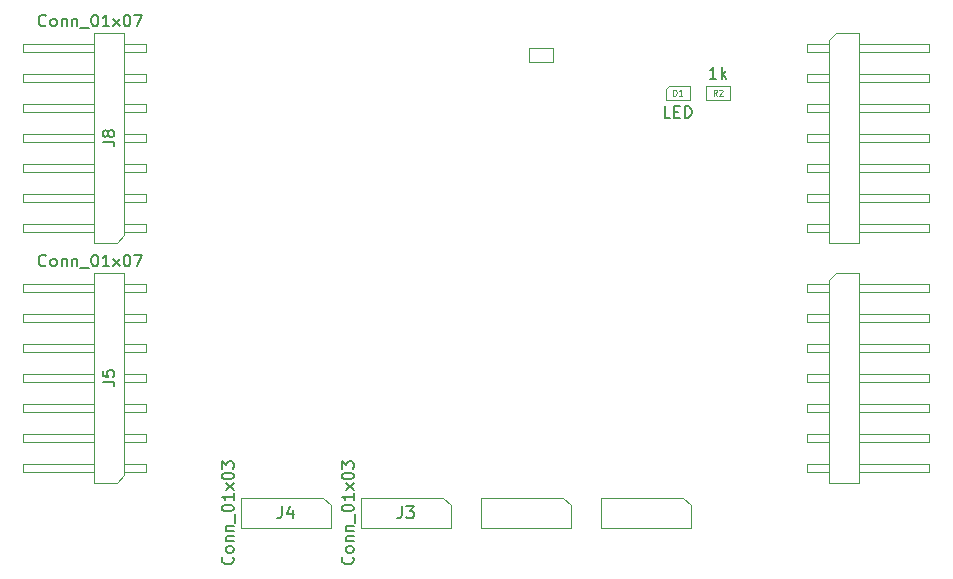
<source format=gbr>
G04 #@! TF.GenerationSoftware,KiCad,Pcbnew,5.1.12-84ad8e8a86~92~ubuntu20.04.1*
G04 #@! TF.CreationDate,2021-12-19T18:17:29-08:00*
G04 #@! TF.ProjectId,ft4232h-breakout,66743432-3332-4682-9d62-7265616b6f75,Jun2021b*
G04 #@! TF.SameCoordinates,Original*
G04 #@! TF.FileFunction,AssemblyDrawing,Top*
%FSLAX46Y46*%
G04 Gerber Fmt 4.6, Leading zero omitted, Abs format (unit mm)*
G04 Created by KiCad (PCBNEW 5.1.12-84ad8e8a86~92~ubuntu20.04.1) date 2021-12-19 18:17:29*
%MOMM*%
%LPD*%
G01*
G04 APERTURE LIST*
%ADD10C,0.100000*%
%ADD11C,0.150000*%
%ADD12C,0.080000*%
G04 APERTURE END LIST*
D10*
G04 #@! TO.C,J8*
X69493000Y-101600000D02*
X67588000Y-101600000D01*
X67588000Y-101600000D02*
X67588000Y-83820000D01*
X67588000Y-83820000D02*
X70128000Y-83820000D01*
X70128000Y-83820000D02*
X70128000Y-100965000D01*
X70128000Y-100965000D02*
X69493000Y-101600000D01*
X71948000Y-100650000D02*
X70128000Y-100650000D01*
X71948000Y-100650000D02*
X71948000Y-100010000D01*
X71948000Y-100010000D02*
X70128000Y-100010000D01*
X67588000Y-100650000D02*
X61588000Y-100650000D01*
X61588000Y-100650000D02*
X61588000Y-100010000D01*
X67588000Y-100010000D02*
X61588000Y-100010000D01*
X71948000Y-98110000D02*
X70128000Y-98110000D01*
X71948000Y-98110000D02*
X71948000Y-97470000D01*
X71948000Y-97470000D02*
X70128000Y-97470000D01*
X67588000Y-98110000D02*
X61588000Y-98110000D01*
X61588000Y-98110000D02*
X61588000Y-97470000D01*
X67588000Y-97470000D02*
X61588000Y-97470000D01*
X71948000Y-95570000D02*
X70128000Y-95570000D01*
X71948000Y-95570000D02*
X71948000Y-94930000D01*
X71948000Y-94930000D02*
X70128000Y-94930000D01*
X67588000Y-95570000D02*
X61588000Y-95570000D01*
X61588000Y-95570000D02*
X61588000Y-94930000D01*
X67588000Y-94930000D02*
X61588000Y-94930000D01*
X71948000Y-93030000D02*
X70128000Y-93030000D01*
X71948000Y-93030000D02*
X71948000Y-92390000D01*
X71948000Y-92390000D02*
X70128000Y-92390000D01*
X67588000Y-93030000D02*
X61588000Y-93030000D01*
X61588000Y-93030000D02*
X61588000Y-92390000D01*
X67588000Y-92390000D02*
X61588000Y-92390000D01*
X71948000Y-90490000D02*
X70128000Y-90490000D01*
X71948000Y-90490000D02*
X71948000Y-89850000D01*
X71948000Y-89850000D02*
X70128000Y-89850000D01*
X67588000Y-90490000D02*
X61588000Y-90490000D01*
X61588000Y-90490000D02*
X61588000Y-89850000D01*
X67588000Y-89850000D02*
X61588000Y-89850000D01*
X71948000Y-87950000D02*
X70128000Y-87950000D01*
X71948000Y-87950000D02*
X71948000Y-87310000D01*
X71948000Y-87310000D02*
X70128000Y-87310000D01*
X67588000Y-87950000D02*
X61588000Y-87950000D01*
X61588000Y-87950000D02*
X61588000Y-87310000D01*
X67588000Y-87310000D02*
X61588000Y-87310000D01*
X71948000Y-85410000D02*
X70128000Y-85410000D01*
X71948000Y-85410000D02*
X71948000Y-84770000D01*
X71948000Y-84770000D02*
X70128000Y-84770000D01*
X67588000Y-85410000D02*
X61588000Y-85410000D01*
X61588000Y-85410000D02*
X61588000Y-84770000D01*
X67588000Y-84770000D02*
X61588000Y-84770000D01*
G04 #@! TO.C,J5*
X69493000Y-121920000D02*
X67588000Y-121920000D01*
X67588000Y-121920000D02*
X67588000Y-104140000D01*
X67588000Y-104140000D02*
X70128000Y-104140000D01*
X70128000Y-104140000D02*
X70128000Y-121285000D01*
X70128000Y-121285000D02*
X69493000Y-121920000D01*
X71948000Y-120970000D02*
X70128000Y-120970000D01*
X71948000Y-120970000D02*
X71948000Y-120330000D01*
X71948000Y-120330000D02*
X70128000Y-120330000D01*
X67588000Y-120970000D02*
X61588000Y-120970000D01*
X61588000Y-120970000D02*
X61588000Y-120330000D01*
X67588000Y-120330000D02*
X61588000Y-120330000D01*
X71948000Y-118430000D02*
X70128000Y-118430000D01*
X71948000Y-118430000D02*
X71948000Y-117790000D01*
X71948000Y-117790000D02*
X70128000Y-117790000D01*
X67588000Y-118430000D02*
X61588000Y-118430000D01*
X61588000Y-118430000D02*
X61588000Y-117790000D01*
X67588000Y-117790000D02*
X61588000Y-117790000D01*
X71948000Y-115890000D02*
X70128000Y-115890000D01*
X71948000Y-115890000D02*
X71948000Y-115250000D01*
X71948000Y-115250000D02*
X70128000Y-115250000D01*
X67588000Y-115890000D02*
X61588000Y-115890000D01*
X61588000Y-115890000D02*
X61588000Y-115250000D01*
X67588000Y-115250000D02*
X61588000Y-115250000D01*
X71948000Y-113350000D02*
X70128000Y-113350000D01*
X71948000Y-113350000D02*
X71948000Y-112710000D01*
X71948000Y-112710000D02*
X70128000Y-112710000D01*
X67588000Y-113350000D02*
X61588000Y-113350000D01*
X61588000Y-113350000D02*
X61588000Y-112710000D01*
X67588000Y-112710000D02*
X61588000Y-112710000D01*
X71948000Y-110810000D02*
X70128000Y-110810000D01*
X71948000Y-110810000D02*
X71948000Y-110170000D01*
X71948000Y-110170000D02*
X70128000Y-110170000D01*
X67588000Y-110810000D02*
X61588000Y-110810000D01*
X61588000Y-110810000D02*
X61588000Y-110170000D01*
X67588000Y-110170000D02*
X61588000Y-110170000D01*
X71948000Y-108270000D02*
X70128000Y-108270000D01*
X71948000Y-108270000D02*
X71948000Y-107630000D01*
X71948000Y-107630000D02*
X70128000Y-107630000D01*
X67588000Y-108270000D02*
X61588000Y-108270000D01*
X61588000Y-108270000D02*
X61588000Y-107630000D01*
X67588000Y-107630000D02*
X61588000Y-107630000D01*
X71948000Y-105730000D02*
X70128000Y-105730000D01*
X71948000Y-105730000D02*
X71948000Y-105090000D01*
X71948000Y-105090000D02*
X70128000Y-105090000D01*
X67588000Y-105730000D02*
X61588000Y-105730000D01*
X61588000Y-105730000D02*
X61588000Y-105090000D01*
X67588000Y-105090000D02*
X61588000Y-105090000D01*
G04 #@! TO.C,J4*
X86995000Y-123190000D02*
X87630000Y-123825000D01*
X80010000Y-123190000D02*
X86995000Y-123190000D01*
X80010000Y-125730000D02*
X80010000Y-123190000D01*
X87630000Y-125730000D02*
X80010000Y-125730000D01*
X87630000Y-123825000D02*
X87630000Y-125730000D01*
G04 #@! TO.C,J3*
X97155000Y-123190000D02*
X97790000Y-123825000D01*
X90170000Y-123190000D02*
X97155000Y-123190000D01*
X90170000Y-125730000D02*
X90170000Y-123190000D01*
X97790000Y-125730000D02*
X90170000Y-125730000D01*
X97790000Y-123825000D02*
X97790000Y-125730000D01*
G04 #@! TO.C,R2*
X119396000Y-88300000D02*
X121396000Y-88300000D01*
X119396000Y-89500000D02*
X119396000Y-88300000D01*
X121396000Y-89500000D02*
X119396000Y-89500000D01*
X121396000Y-88300000D02*
X121396000Y-89500000D01*
G04 #@! TO.C,D1*
X118000000Y-89500000D02*
X118000000Y-88300000D01*
X116000000Y-89500000D02*
X118000000Y-89500000D01*
X116000000Y-88600000D02*
X116000000Y-89500000D01*
X116300000Y-88300000D02*
X116000000Y-88600000D01*
X118000000Y-88300000D02*
X116300000Y-88300000D01*
G04 #@! TO.C,J7*
X130405000Y-104140000D02*
X132310000Y-104140000D01*
X132310000Y-104140000D02*
X132310000Y-121920000D01*
X132310000Y-121920000D02*
X129770000Y-121920000D01*
X129770000Y-121920000D02*
X129770000Y-104775000D01*
X129770000Y-104775000D02*
X130405000Y-104140000D01*
X127950000Y-105090000D02*
X129770000Y-105090000D01*
X127950000Y-105090000D02*
X127950000Y-105730000D01*
X127950000Y-105730000D02*
X129770000Y-105730000D01*
X132310000Y-105090000D02*
X138310000Y-105090000D01*
X138310000Y-105090000D02*
X138310000Y-105730000D01*
X132310000Y-105730000D02*
X138310000Y-105730000D01*
X127950000Y-107630000D02*
X129770000Y-107630000D01*
X127950000Y-107630000D02*
X127950000Y-108270000D01*
X127950000Y-108270000D02*
X129770000Y-108270000D01*
X132310000Y-107630000D02*
X138310000Y-107630000D01*
X138310000Y-107630000D02*
X138310000Y-108270000D01*
X132310000Y-108270000D02*
X138310000Y-108270000D01*
X127950000Y-110170000D02*
X129770000Y-110170000D01*
X127950000Y-110170000D02*
X127950000Y-110810000D01*
X127950000Y-110810000D02*
X129770000Y-110810000D01*
X132310000Y-110170000D02*
X138310000Y-110170000D01*
X138310000Y-110170000D02*
X138310000Y-110810000D01*
X132310000Y-110810000D02*
X138310000Y-110810000D01*
X127950000Y-112710000D02*
X129770000Y-112710000D01*
X127950000Y-112710000D02*
X127950000Y-113350000D01*
X127950000Y-113350000D02*
X129770000Y-113350000D01*
X132310000Y-112710000D02*
X138310000Y-112710000D01*
X138310000Y-112710000D02*
X138310000Y-113350000D01*
X132310000Y-113350000D02*
X138310000Y-113350000D01*
X127950000Y-115250000D02*
X129770000Y-115250000D01*
X127950000Y-115250000D02*
X127950000Y-115890000D01*
X127950000Y-115890000D02*
X129770000Y-115890000D01*
X132310000Y-115250000D02*
X138310000Y-115250000D01*
X138310000Y-115250000D02*
X138310000Y-115890000D01*
X132310000Y-115890000D02*
X138310000Y-115890000D01*
X127950000Y-117790000D02*
X129770000Y-117790000D01*
X127950000Y-117790000D02*
X127950000Y-118430000D01*
X127950000Y-118430000D02*
X129770000Y-118430000D01*
X132310000Y-117790000D02*
X138310000Y-117790000D01*
X138310000Y-117790000D02*
X138310000Y-118430000D01*
X132310000Y-118430000D02*
X138310000Y-118430000D01*
X127950000Y-120330000D02*
X129770000Y-120330000D01*
X127950000Y-120330000D02*
X127950000Y-120970000D01*
X127950000Y-120970000D02*
X129770000Y-120970000D01*
X132310000Y-120330000D02*
X138310000Y-120330000D01*
X138310000Y-120330000D02*
X138310000Y-120970000D01*
X132310000Y-120970000D02*
X138310000Y-120970000D01*
G04 #@! TO.C,J6*
X130405000Y-83820000D02*
X132310000Y-83820000D01*
X132310000Y-83820000D02*
X132310000Y-101600000D01*
X132310000Y-101600000D02*
X129770000Y-101600000D01*
X129770000Y-101600000D02*
X129770000Y-84455000D01*
X129770000Y-84455000D02*
X130405000Y-83820000D01*
X127950000Y-84770000D02*
X129770000Y-84770000D01*
X127950000Y-84770000D02*
X127950000Y-85410000D01*
X127950000Y-85410000D02*
X129770000Y-85410000D01*
X132310000Y-84770000D02*
X138310000Y-84770000D01*
X138310000Y-84770000D02*
X138310000Y-85410000D01*
X132310000Y-85410000D02*
X138310000Y-85410000D01*
X127950000Y-87310000D02*
X129770000Y-87310000D01*
X127950000Y-87310000D02*
X127950000Y-87950000D01*
X127950000Y-87950000D02*
X129770000Y-87950000D01*
X132310000Y-87310000D02*
X138310000Y-87310000D01*
X138310000Y-87310000D02*
X138310000Y-87950000D01*
X132310000Y-87950000D02*
X138310000Y-87950000D01*
X127950000Y-89850000D02*
X129770000Y-89850000D01*
X127950000Y-89850000D02*
X127950000Y-90490000D01*
X127950000Y-90490000D02*
X129770000Y-90490000D01*
X132310000Y-89850000D02*
X138310000Y-89850000D01*
X138310000Y-89850000D02*
X138310000Y-90490000D01*
X132310000Y-90490000D02*
X138310000Y-90490000D01*
X127950000Y-92390000D02*
X129770000Y-92390000D01*
X127950000Y-92390000D02*
X127950000Y-93030000D01*
X127950000Y-93030000D02*
X129770000Y-93030000D01*
X132310000Y-92390000D02*
X138310000Y-92390000D01*
X138310000Y-92390000D02*
X138310000Y-93030000D01*
X132310000Y-93030000D02*
X138310000Y-93030000D01*
X127950000Y-94930000D02*
X129770000Y-94930000D01*
X127950000Y-94930000D02*
X127950000Y-95570000D01*
X127950000Y-95570000D02*
X129770000Y-95570000D01*
X132310000Y-94930000D02*
X138310000Y-94930000D01*
X138310000Y-94930000D02*
X138310000Y-95570000D01*
X132310000Y-95570000D02*
X138310000Y-95570000D01*
X127950000Y-97470000D02*
X129770000Y-97470000D01*
X127950000Y-97470000D02*
X127950000Y-98110000D01*
X127950000Y-98110000D02*
X129770000Y-98110000D01*
X132310000Y-97470000D02*
X138310000Y-97470000D01*
X138310000Y-97470000D02*
X138310000Y-98110000D01*
X132310000Y-98110000D02*
X138310000Y-98110000D01*
X127950000Y-100010000D02*
X129770000Y-100010000D01*
X127950000Y-100010000D02*
X127950000Y-100650000D01*
X127950000Y-100650000D02*
X129770000Y-100650000D01*
X132310000Y-100010000D02*
X138310000Y-100010000D01*
X138310000Y-100010000D02*
X138310000Y-100650000D01*
X132310000Y-100650000D02*
X138310000Y-100650000D01*
G04 #@! TO.C,J2*
X107315000Y-123190000D02*
X107950000Y-123825000D01*
X100330000Y-123190000D02*
X107315000Y-123190000D01*
X100330000Y-125730000D02*
X100330000Y-123190000D01*
X107950000Y-125730000D02*
X100330000Y-125730000D01*
X107950000Y-123825000D02*
X107950000Y-125730000D01*
G04 #@! TO.C,J1*
X117475000Y-123190000D02*
X118110000Y-123825000D01*
X110490000Y-123190000D02*
X117475000Y-123190000D01*
X110490000Y-125730000D02*
X110490000Y-123190000D01*
X118110000Y-125730000D02*
X110490000Y-125730000D01*
X118110000Y-123825000D02*
X118110000Y-125730000D01*
G04 #@! TO.C,C1*
X106410000Y-86325000D02*
X104410000Y-86325000D01*
X106410000Y-85125000D02*
X106410000Y-86325000D01*
X104410000Y-85125000D02*
X106410000Y-85125000D01*
X104410000Y-86325000D02*
X104410000Y-85125000D01*
G04 #@! TD*
G04 #@! TO.C,J8*
D11*
X63504904Y-83177142D02*
X63457285Y-83224761D01*
X63314428Y-83272380D01*
X63219190Y-83272380D01*
X63076333Y-83224761D01*
X62981095Y-83129523D01*
X62933476Y-83034285D01*
X62885857Y-82843809D01*
X62885857Y-82700952D01*
X62933476Y-82510476D01*
X62981095Y-82415238D01*
X63076333Y-82320000D01*
X63219190Y-82272380D01*
X63314428Y-82272380D01*
X63457285Y-82320000D01*
X63504904Y-82367619D01*
X64076333Y-83272380D02*
X63981095Y-83224761D01*
X63933476Y-83177142D01*
X63885857Y-83081904D01*
X63885857Y-82796190D01*
X63933476Y-82700952D01*
X63981095Y-82653333D01*
X64076333Y-82605714D01*
X64219190Y-82605714D01*
X64314428Y-82653333D01*
X64362047Y-82700952D01*
X64409666Y-82796190D01*
X64409666Y-83081904D01*
X64362047Y-83177142D01*
X64314428Y-83224761D01*
X64219190Y-83272380D01*
X64076333Y-83272380D01*
X64838238Y-82605714D02*
X64838238Y-83272380D01*
X64838238Y-82700952D02*
X64885857Y-82653333D01*
X64981095Y-82605714D01*
X65123952Y-82605714D01*
X65219190Y-82653333D01*
X65266809Y-82748571D01*
X65266809Y-83272380D01*
X65743000Y-82605714D02*
X65743000Y-83272380D01*
X65743000Y-82700952D02*
X65790619Y-82653333D01*
X65885857Y-82605714D01*
X66028714Y-82605714D01*
X66123952Y-82653333D01*
X66171571Y-82748571D01*
X66171571Y-83272380D01*
X66409666Y-83367619D02*
X67171571Y-83367619D01*
X67600142Y-82272380D02*
X67695380Y-82272380D01*
X67790619Y-82320000D01*
X67838238Y-82367619D01*
X67885857Y-82462857D01*
X67933476Y-82653333D01*
X67933476Y-82891428D01*
X67885857Y-83081904D01*
X67838238Y-83177142D01*
X67790619Y-83224761D01*
X67695380Y-83272380D01*
X67600142Y-83272380D01*
X67504904Y-83224761D01*
X67457285Y-83177142D01*
X67409666Y-83081904D01*
X67362047Y-82891428D01*
X67362047Y-82653333D01*
X67409666Y-82462857D01*
X67457285Y-82367619D01*
X67504904Y-82320000D01*
X67600142Y-82272380D01*
X68885857Y-83272380D02*
X68314428Y-83272380D01*
X68600142Y-83272380D02*
X68600142Y-82272380D01*
X68504904Y-82415238D01*
X68409666Y-82510476D01*
X68314428Y-82558095D01*
X69219190Y-83272380D02*
X69743000Y-82605714D01*
X69219190Y-82605714D02*
X69743000Y-83272380D01*
X70314428Y-82272380D02*
X70409666Y-82272380D01*
X70504904Y-82320000D01*
X70552523Y-82367619D01*
X70600142Y-82462857D01*
X70647761Y-82653333D01*
X70647761Y-82891428D01*
X70600142Y-83081904D01*
X70552523Y-83177142D01*
X70504904Y-83224761D01*
X70409666Y-83272380D01*
X70314428Y-83272380D01*
X70219190Y-83224761D01*
X70171571Y-83177142D01*
X70123952Y-83081904D01*
X70076333Y-82891428D01*
X70076333Y-82653333D01*
X70123952Y-82462857D01*
X70171571Y-82367619D01*
X70219190Y-82320000D01*
X70314428Y-82272380D01*
X70981095Y-82272380D02*
X71647761Y-82272380D01*
X71219190Y-83272380D01*
X68310380Y-93043333D02*
X69024666Y-93043333D01*
X69167523Y-93090952D01*
X69262761Y-93186190D01*
X69310380Y-93329047D01*
X69310380Y-93424285D01*
X68738952Y-92424285D02*
X68691333Y-92519523D01*
X68643714Y-92567142D01*
X68548476Y-92614761D01*
X68500857Y-92614761D01*
X68405619Y-92567142D01*
X68358000Y-92519523D01*
X68310380Y-92424285D01*
X68310380Y-92233809D01*
X68358000Y-92138571D01*
X68405619Y-92090952D01*
X68500857Y-92043333D01*
X68548476Y-92043333D01*
X68643714Y-92090952D01*
X68691333Y-92138571D01*
X68738952Y-92233809D01*
X68738952Y-92424285D01*
X68786571Y-92519523D01*
X68834190Y-92567142D01*
X68929428Y-92614761D01*
X69119904Y-92614761D01*
X69215142Y-92567142D01*
X69262761Y-92519523D01*
X69310380Y-92424285D01*
X69310380Y-92233809D01*
X69262761Y-92138571D01*
X69215142Y-92090952D01*
X69119904Y-92043333D01*
X68929428Y-92043333D01*
X68834190Y-92090952D01*
X68786571Y-92138571D01*
X68738952Y-92233809D01*
G04 #@! TO.C,J5*
X63504904Y-103497142D02*
X63457285Y-103544761D01*
X63314428Y-103592380D01*
X63219190Y-103592380D01*
X63076333Y-103544761D01*
X62981095Y-103449523D01*
X62933476Y-103354285D01*
X62885857Y-103163809D01*
X62885857Y-103020952D01*
X62933476Y-102830476D01*
X62981095Y-102735238D01*
X63076333Y-102640000D01*
X63219190Y-102592380D01*
X63314428Y-102592380D01*
X63457285Y-102640000D01*
X63504904Y-102687619D01*
X64076333Y-103592380D02*
X63981095Y-103544761D01*
X63933476Y-103497142D01*
X63885857Y-103401904D01*
X63885857Y-103116190D01*
X63933476Y-103020952D01*
X63981095Y-102973333D01*
X64076333Y-102925714D01*
X64219190Y-102925714D01*
X64314428Y-102973333D01*
X64362047Y-103020952D01*
X64409666Y-103116190D01*
X64409666Y-103401904D01*
X64362047Y-103497142D01*
X64314428Y-103544761D01*
X64219190Y-103592380D01*
X64076333Y-103592380D01*
X64838238Y-102925714D02*
X64838238Y-103592380D01*
X64838238Y-103020952D02*
X64885857Y-102973333D01*
X64981095Y-102925714D01*
X65123952Y-102925714D01*
X65219190Y-102973333D01*
X65266809Y-103068571D01*
X65266809Y-103592380D01*
X65743000Y-102925714D02*
X65743000Y-103592380D01*
X65743000Y-103020952D02*
X65790619Y-102973333D01*
X65885857Y-102925714D01*
X66028714Y-102925714D01*
X66123952Y-102973333D01*
X66171571Y-103068571D01*
X66171571Y-103592380D01*
X66409666Y-103687619D02*
X67171571Y-103687619D01*
X67600142Y-102592380D02*
X67695380Y-102592380D01*
X67790619Y-102640000D01*
X67838238Y-102687619D01*
X67885857Y-102782857D01*
X67933476Y-102973333D01*
X67933476Y-103211428D01*
X67885857Y-103401904D01*
X67838238Y-103497142D01*
X67790619Y-103544761D01*
X67695380Y-103592380D01*
X67600142Y-103592380D01*
X67504904Y-103544761D01*
X67457285Y-103497142D01*
X67409666Y-103401904D01*
X67362047Y-103211428D01*
X67362047Y-102973333D01*
X67409666Y-102782857D01*
X67457285Y-102687619D01*
X67504904Y-102640000D01*
X67600142Y-102592380D01*
X68885857Y-103592380D02*
X68314428Y-103592380D01*
X68600142Y-103592380D02*
X68600142Y-102592380D01*
X68504904Y-102735238D01*
X68409666Y-102830476D01*
X68314428Y-102878095D01*
X69219190Y-103592380D02*
X69743000Y-102925714D01*
X69219190Y-102925714D02*
X69743000Y-103592380D01*
X70314428Y-102592380D02*
X70409666Y-102592380D01*
X70504904Y-102640000D01*
X70552523Y-102687619D01*
X70600142Y-102782857D01*
X70647761Y-102973333D01*
X70647761Y-103211428D01*
X70600142Y-103401904D01*
X70552523Y-103497142D01*
X70504904Y-103544761D01*
X70409666Y-103592380D01*
X70314428Y-103592380D01*
X70219190Y-103544761D01*
X70171571Y-103497142D01*
X70123952Y-103401904D01*
X70076333Y-103211428D01*
X70076333Y-102973333D01*
X70123952Y-102782857D01*
X70171571Y-102687619D01*
X70219190Y-102640000D01*
X70314428Y-102592380D01*
X70981095Y-102592380D02*
X71647761Y-102592380D01*
X71219190Y-103592380D01*
X68310380Y-113363333D02*
X69024666Y-113363333D01*
X69167523Y-113410952D01*
X69262761Y-113506190D01*
X69310380Y-113649047D01*
X69310380Y-113744285D01*
X68310380Y-112410952D02*
X68310380Y-112887142D01*
X68786571Y-112934761D01*
X68738952Y-112887142D01*
X68691333Y-112791904D01*
X68691333Y-112553809D01*
X68738952Y-112458571D01*
X68786571Y-112410952D01*
X68881809Y-112363333D01*
X69119904Y-112363333D01*
X69215142Y-112410952D01*
X69262761Y-112458571D01*
X69310380Y-112553809D01*
X69310380Y-112791904D01*
X69262761Y-112887142D01*
X69215142Y-112934761D01*
G04 #@! TO.C,J4*
X79307142Y-128198095D02*
X79354761Y-128245714D01*
X79402380Y-128388571D01*
X79402380Y-128483809D01*
X79354761Y-128626666D01*
X79259523Y-128721904D01*
X79164285Y-128769523D01*
X78973809Y-128817142D01*
X78830952Y-128817142D01*
X78640476Y-128769523D01*
X78545238Y-128721904D01*
X78450000Y-128626666D01*
X78402380Y-128483809D01*
X78402380Y-128388571D01*
X78450000Y-128245714D01*
X78497619Y-128198095D01*
X79402380Y-127626666D02*
X79354761Y-127721904D01*
X79307142Y-127769523D01*
X79211904Y-127817142D01*
X78926190Y-127817142D01*
X78830952Y-127769523D01*
X78783333Y-127721904D01*
X78735714Y-127626666D01*
X78735714Y-127483809D01*
X78783333Y-127388571D01*
X78830952Y-127340952D01*
X78926190Y-127293333D01*
X79211904Y-127293333D01*
X79307142Y-127340952D01*
X79354761Y-127388571D01*
X79402380Y-127483809D01*
X79402380Y-127626666D01*
X78735714Y-126864761D02*
X79402380Y-126864761D01*
X78830952Y-126864761D02*
X78783333Y-126817142D01*
X78735714Y-126721904D01*
X78735714Y-126579047D01*
X78783333Y-126483809D01*
X78878571Y-126436190D01*
X79402380Y-126436190D01*
X78735714Y-125960000D02*
X79402380Y-125960000D01*
X78830952Y-125960000D02*
X78783333Y-125912380D01*
X78735714Y-125817142D01*
X78735714Y-125674285D01*
X78783333Y-125579047D01*
X78878571Y-125531428D01*
X79402380Y-125531428D01*
X79497619Y-125293333D02*
X79497619Y-124531428D01*
X78402380Y-124102857D02*
X78402380Y-124007619D01*
X78450000Y-123912380D01*
X78497619Y-123864761D01*
X78592857Y-123817142D01*
X78783333Y-123769523D01*
X79021428Y-123769523D01*
X79211904Y-123817142D01*
X79307142Y-123864761D01*
X79354761Y-123912380D01*
X79402380Y-124007619D01*
X79402380Y-124102857D01*
X79354761Y-124198095D01*
X79307142Y-124245714D01*
X79211904Y-124293333D01*
X79021428Y-124340952D01*
X78783333Y-124340952D01*
X78592857Y-124293333D01*
X78497619Y-124245714D01*
X78450000Y-124198095D01*
X78402380Y-124102857D01*
X79402380Y-122817142D02*
X79402380Y-123388571D01*
X79402380Y-123102857D02*
X78402380Y-123102857D01*
X78545238Y-123198095D01*
X78640476Y-123293333D01*
X78688095Y-123388571D01*
X79402380Y-122483809D02*
X78735714Y-121960000D01*
X78735714Y-122483809D02*
X79402380Y-121960000D01*
X78402380Y-121388571D02*
X78402380Y-121293333D01*
X78450000Y-121198095D01*
X78497619Y-121150476D01*
X78592857Y-121102857D01*
X78783333Y-121055238D01*
X79021428Y-121055238D01*
X79211904Y-121102857D01*
X79307142Y-121150476D01*
X79354761Y-121198095D01*
X79402380Y-121293333D01*
X79402380Y-121388571D01*
X79354761Y-121483809D01*
X79307142Y-121531428D01*
X79211904Y-121579047D01*
X79021428Y-121626666D01*
X78783333Y-121626666D01*
X78592857Y-121579047D01*
X78497619Y-121531428D01*
X78450000Y-121483809D01*
X78402380Y-121388571D01*
X78402380Y-120721904D02*
X78402380Y-120102857D01*
X78783333Y-120436190D01*
X78783333Y-120293333D01*
X78830952Y-120198095D01*
X78878571Y-120150476D01*
X78973809Y-120102857D01*
X79211904Y-120102857D01*
X79307142Y-120150476D01*
X79354761Y-120198095D01*
X79402380Y-120293333D01*
X79402380Y-120579047D01*
X79354761Y-120674285D01*
X79307142Y-120721904D01*
X83486666Y-123912380D02*
X83486666Y-124626666D01*
X83439047Y-124769523D01*
X83343809Y-124864761D01*
X83200952Y-124912380D01*
X83105714Y-124912380D01*
X84391428Y-124245714D02*
X84391428Y-124912380D01*
X84153333Y-123864761D02*
X83915238Y-124579047D01*
X84534285Y-124579047D01*
G04 #@! TO.C,J3*
X89467142Y-128198095D02*
X89514761Y-128245714D01*
X89562380Y-128388571D01*
X89562380Y-128483809D01*
X89514761Y-128626666D01*
X89419523Y-128721904D01*
X89324285Y-128769523D01*
X89133809Y-128817142D01*
X88990952Y-128817142D01*
X88800476Y-128769523D01*
X88705238Y-128721904D01*
X88610000Y-128626666D01*
X88562380Y-128483809D01*
X88562380Y-128388571D01*
X88610000Y-128245714D01*
X88657619Y-128198095D01*
X89562380Y-127626666D02*
X89514761Y-127721904D01*
X89467142Y-127769523D01*
X89371904Y-127817142D01*
X89086190Y-127817142D01*
X88990952Y-127769523D01*
X88943333Y-127721904D01*
X88895714Y-127626666D01*
X88895714Y-127483809D01*
X88943333Y-127388571D01*
X88990952Y-127340952D01*
X89086190Y-127293333D01*
X89371904Y-127293333D01*
X89467142Y-127340952D01*
X89514761Y-127388571D01*
X89562380Y-127483809D01*
X89562380Y-127626666D01*
X88895714Y-126864761D02*
X89562380Y-126864761D01*
X88990952Y-126864761D02*
X88943333Y-126817142D01*
X88895714Y-126721904D01*
X88895714Y-126579047D01*
X88943333Y-126483809D01*
X89038571Y-126436190D01*
X89562380Y-126436190D01*
X88895714Y-125960000D02*
X89562380Y-125960000D01*
X88990952Y-125960000D02*
X88943333Y-125912380D01*
X88895714Y-125817142D01*
X88895714Y-125674285D01*
X88943333Y-125579047D01*
X89038571Y-125531428D01*
X89562380Y-125531428D01*
X89657619Y-125293333D02*
X89657619Y-124531428D01*
X88562380Y-124102857D02*
X88562380Y-124007619D01*
X88610000Y-123912380D01*
X88657619Y-123864761D01*
X88752857Y-123817142D01*
X88943333Y-123769523D01*
X89181428Y-123769523D01*
X89371904Y-123817142D01*
X89467142Y-123864761D01*
X89514761Y-123912380D01*
X89562380Y-124007619D01*
X89562380Y-124102857D01*
X89514761Y-124198095D01*
X89467142Y-124245714D01*
X89371904Y-124293333D01*
X89181428Y-124340952D01*
X88943333Y-124340952D01*
X88752857Y-124293333D01*
X88657619Y-124245714D01*
X88610000Y-124198095D01*
X88562380Y-124102857D01*
X89562380Y-122817142D02*
X89562380Y-123388571D01*
X89562380Y-123102857D02*
X88562380Y-123102857D01*
X88705238Y-123198095D01*
X88800476Y-123293333D01*
X88848095Y-123388571D01*
X89562380Y-122483809D02*
X88895714Y-121960000D01*
X88895714Y-122483809D02*
X89562380Y-121960000D01*
X88562380Y-121388571D02*
X88562380Y-121293333D01*
X88610000Y-121198095D01*
X88657619Y-121150476D01*
X88752857Y-121102857D01*
X88943333Y-121055238D01*
X89181428Y-121055238D01*
X89371904Y-121102857D01*
X89467142Y-121150476D01*
X89514761Y-121198095D01*
X89562380Y-121293333D01*
X89562380Y-121388571D01*
X89514761Y-121483809D01*
X89467142Y-121531428D01*
X89371904Y-121579047D01*
X89181428Y-121626666D01*
X88943333Y-121626666D01*
X88752857Y-121579047D01*
X88657619Y-121531428D01*
X88610000Y-121483809D01*
X88562380Y-121388571D01*
X88562380Y-120721904D02*
X88562380Y-120102857D01*
X88943333Y-120436190D01*
X88943333Y-120293333D01*
X88990952Y-120198095D01*
X89038571Y-120150476D01*
X89133809Y-120102857D01*
X89371904Y-120102857D01*
X89467142Y-120150476D01*
X89514761Y-120198095D01*
X89562380Y-120293333D01*
X89562380Y-120579047D01*
X89514761Y-120674285D01*
X89467142Y-120721904D01*
X93646666Y-123912380D02*
X93646666Y-124626666D01*
X93599047Y-124769523D01*
X93503809Y-124864761D01*
X93360952Y-124912380D01*
X93265714Y-124912380D01*
X94027619Y-123912380D02*
X94646666Y-123912380D01*
X94313333Y-124293333D01*
X94456190Y-124293333D01*
X94551428Y-124340952D01*
X94599047Y-124388571D01*
X94646666Y-124483809D01*
X94646666Y-124721904D01*
X94599047Y-124817142D01*
X94551428Y-124864761D01*
X94456190Y-124912380D01*
X94170476Y-124912380D01*
X94075238Y-124864761D01*
X94027619Y-124817142D01*
G04 #@! TO.C,R2*
X120276952Y-87702380D02*
X119705523Y-87702380D01*
X119991238Y-87702380D02*
X119991238Y-86702380D01*
X119896000Y-86845238D01*
X119800761Y-86940476D01*
X119705523Y-86988095D01*
X120705523Y-87702380D02*
X120705523Y-86702380D01*
X120800761Y-87321428D02*
X121086476Y-87702380D01*
X121086476Y-87035714D02*
X120705523Y-87416666D01*
D12*
X120312666Y-89126190D02*
X120146000Y-88888095D01*
X120026952Y-89126190D02*
X120026952Y-88626190D01*
X120217428Y-88626190D01*
X120265047Y-88650000D01*
X120288857Y-88673809D01*
X120312666Y-88721428D01*
X120312666Y-88792857D01*
X120288857Y-88840476D01*
X120265047Y-88864285D01*
X120217428Y-88888095D01*
X120026952Y-88888095D01*
X120503142Y-88673809D02*
X120526952Y-88650000D01*
X120574571Y-88626190D01*
X120693619Y-88626190D01*
X120741238Y-88650000D01*
X120765047Y-88673809D01*
X120788857Y-88721428D01*
X120788857Y-88769047D01*
X120765047Y-88840476D01*
X120479333Y-89126190D01*
X120788857Y-89126190D01*
G04 #@! TO.C,D1*
D11*
X116357142Y-91002380D02*
X115880952Y-91002380D01*
X115880952Y-90002380D01*
X116690476Y-90478571D02*
X117023809Y-90478571D01*
X117166666Y-91002380D02*
X116690476Y-91002380D01*
X116690476Y-90002380D01*
X117166666Y-90002380D01*
X117595238Y-91002380D02*
X117595238Y-90002380D01*
X117833333Y-90002380D01*
X117976190Y-90050000D01*
X118071428Y-90145238D01*
X118119047Y-90240476D01*
X118166666Y-90430952D01*
X118166666Y-90573809D01*
X118119047Y-90764285D01*
X118071428Y-90859523D01*
X117976190Y-90954761D01*
X117833333Y-91002380D01*
X117595238Y-91002380D01*
D12*
X116630952Y-89126190D02*
X116630952Y-88626190D01*
X116750000Y-88626190D01*
X116821428Y-88650000D01*
X116869047Y-88697619D01*
X116892857Y-88745238D01*
X116916666Y-88840476D01*
X116916666Y-88911904D01*
X116892857Y-89007142D01*
X116869047Y-89054761D01*
X116821428Y-89102380D01*
X116750000Y-89126190D01*
X116630952Y-89126190D01*
X117392857Y-89126190D02*
X117107142Y-89126190D01*
X117250000Y-89126190D02*
X117250000Y-88626190D01*
X117202380Y-88697619D01*
X117154761Y-88745238D01*
X117107142Y-88769047D01*
G04 #@! TD*
M02*

</source>
